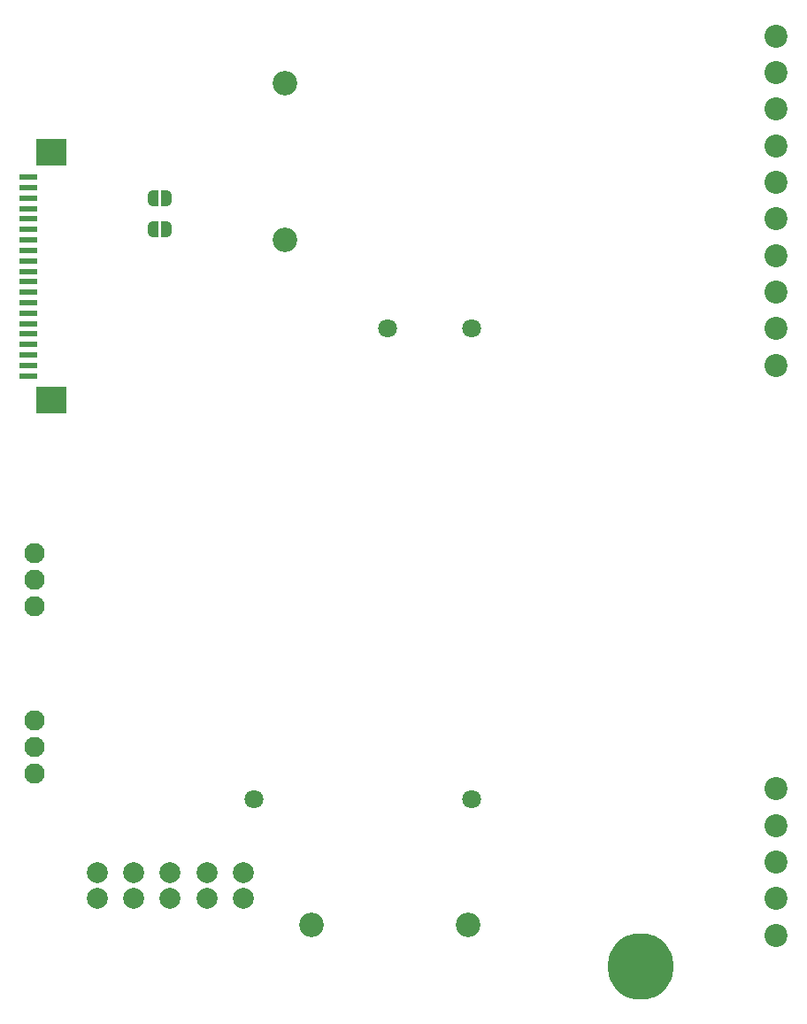
<source format=gbr>
%TF.GenerationSoftware,KiCad,Pcbnew,9.0.3*%
%TF.CreationDate,2025-09-10T13:33:30+03:00*%
%TF.ProjectId,PMPS-20W,504d5053-2d32-4305-972e-6b696361645f,rev?*%
%TF.SameCoordinates,Original*%
%TF.FileFunction,Soldermask,Bot*%
%TF.FilePolarity,Negative*%
%FSLAX46Y46*%
G04 Gerber Fmt 4.6, Leading zero omitted, Abs format (unit mm)*
G04 Created by KiCad (PCBNEW 9.0.3) date 2025-09-10 13:33:30*
%MOMM*%
%LPD*%
G01*
G04 APERTURE LIST*
G04 Aperture macros list*
%AMFreePoly0*
4,1,23,0.500000,-0.750000,0.000000,-0.750000,0.000000,-0.745722,-0.065263,-0.745722,-0.191342,-0.711940,-0.304381,-0.646677,-0.396677,-0.554381,-0.461940,-0.441342,-0.495722,-0.315263,-0.495722,-0.250000,-0.500000,-0.250000,-0.500000,0.250000,-0.495722,0.250000,-0.495722,0.315263,-0.461940,0.441342,-0.396677,0.554381,-0.304381,0.646677,-0.191342,0.711940,-0.065263,0.745722,0.000000,0.745722,
0.000000,0.750000,0.500000,0.750000,0.500000,-0.750000,0.500000,-0.750000,$1*%
%AMFreePoly1*
4,1,23,0.000000,0.745722,0.065263,0.745722,0.191342,0.711940,0.304381,0.646677,0.396677,0.554381,0.461940,0.441342,0.495722,0.315263,0.495722,0.250000,0.500000,0.250000,0.500000,-0.250000,0.495722,-0.250000,0.495722,-0.315263,0.461940,-0.441342,0.396677,-0.554381,0.304381,-0.646677,0.191342,-0.711940,0.065263,-0.745722,0.000000,-0.745722,0.000000,-0.750000,-0.500000,-0.750000,
-0.500000,0.750000,0.000000,0.750000,0.000000,0.745722,0.000000,0.745722,$1*%
G04 Aperture macros list end*
%ADD10C,1.950000*%
%ADD11C,2.200000*%
%ADD12C,1.803400*%
%ADD13C,2.350000*%
%ADD14C,2.000000*%
%ADD15O,6.350000X6.350000*%
%ADD16FreePoly0,180.000000*%
%ADD17FreePoly1,180.000000*%
%ADD18R,1.800000X0.600000*%
%ADD19R,3.000000X2.600000*%
G04 APERTURE END LIST*
D10*
%TO.C,J3*%
X-36000000Y-27540000D03*
X-36000000Y-25000000D03*
X-36000000Y-22460000D03*
%TD*%
D11*
%TO.C,J12*%
X35000000Y11500000D03*
X35000000Y15000000D03*
X35000000Y18500000D03*
X35000000Y22000000D03*
X35000000Y25500000D03*
X35000000Y29000000D03*
X35000000Y32500000D03*
X35000000Y36000000D03*
X35000000Y39500000D03*
X35000000Y43000000D03*
%TD*%
D12*
%TO.C,U1*%
X5799999Y15000012D03*
X-2200000Y15000012D03*
X-15000000Y-30000000D03*
X5799999Y-30000000D03*
%TD*%
D11*
%TO.C,J6*%
X35000000Y-43000000D03*
X35000000Y-39500000D03*
X35000000Y-36000000D03*
X35000000Y-32500000D03*
X35000000Y-29000000D03*
%TD*%
D13*
%TO.C,U4*%
X5500000Y-42000000D03*
X-9500000Y-42000000D03*
%TD*%
D14*
%TO.C,J8*%
X-30000000Y-37000000D03*
X-26500000Y-37000000D03*
X-23000000Y-37000000D03*
X-19500000Y-37000000D03*
X-16000000Y-37000000D03*
X-30000000Y-39500000D03*
X-26500000Y-39500000D03*
X-23000000Y-39500000D03*
X-19500000Y-39500000D03*
X-16000000Y-39500000D03*
%TD*%
D13*
%TO.C,U2*%
X-12000000Y38500000D03*
X-12000000Y23500000D03*
%TD*%
D15*
%TO.C,PE1*%
X22000000Y-46000000D03*
%TD*%
D10*
%TO.C,J4*%
X-36000000Y-11540000D03*
X-36000000Y-9000000D03*
X-36000000Y-6460000D03*
%TD*%
D16*
%TO.C,JP2*%
X-23350000Y27500000D03*
D17*
X-24650000Y27500000D03*
%TD*%
D18*
%TO.C,JM2*%
X-36546000Y29500000D03*
X-36546000Y28500000D03*
X-36546000Y27500000D03*
X-36546000Y26500000D03*
X-36546000Y25500000D03*
X-36546000Y24500000D03*
X-36546000Y23500000D03*
X-36546000Y22500000D03*
X-36546000Y21500000D03*
X-36546000Y20500000D03*
X-36546000Y19500000D03*
X-36546000Y18500000D03*
X-36546000Y17500000D03*
X-36546000Y16500000D03*
X-36546000Y15500000D03*
X-36546000Y14500000D03*
X-36546000Y13500000D03*
X-36546000Y12500000D03*
X-36546000Y11500000D03*
X-36546000Y10500000D03*
D19*
X-34375000Y31850000D03*
X-34375000Y8150000D03*
%TD*%
D16*
%TO.C,JP4*%
X-23350000Y24500000D03*
D17*
X-24650000Y24500000D03*
%TD*%
M02*

</source>
